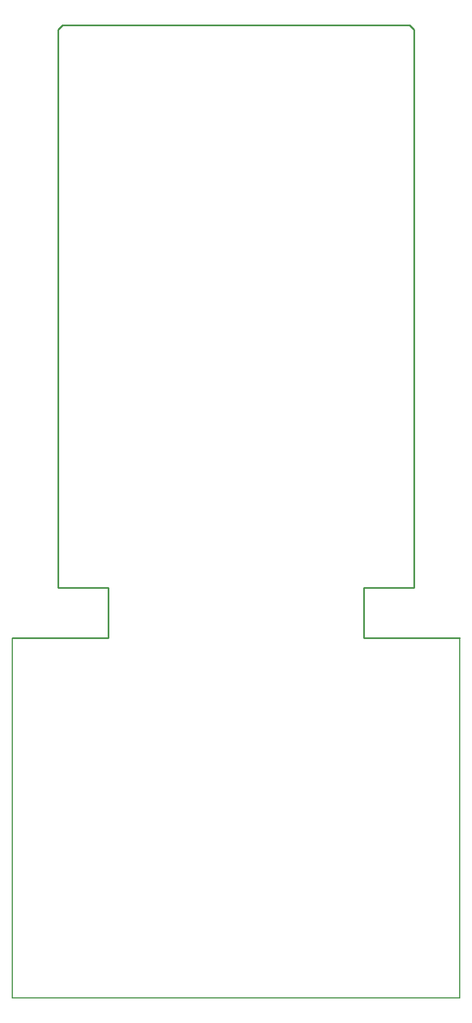
<source format=gko>
%FSLAX23Y23*%
%MOIN*%
G70*
G01*
G75*
%ADD10C,0.008*%
%ADD11R,0.075X0.020*%
%ADD12R,0.028X0.125*%
%ADD13R,0.028X0.165*%
%ADD14R,0.085X0.138*%
%ADD15R,0.085X0.043*%
%ADD16R,0.020X0.075*%
%ADD17R,0.051X0.059*%
%ADD18R,0.043X0.039*%
%ADD19R,0.039X0.043*%
%ADD20C,0.010*%
%ADD21C,0.012*%
%ADD22C,0.070*%
%ADD23C,0.060*%
%ADD24C,0.130*%
%ADD25C,0.062*%
%ADD26C,0.024*%
%ADD27C,0.016*%
%ADD28C,0.031*%
%ADD29C,0.007*%
%ADD30C,0.010*%
%ADD31C,0.010*%
%ADD32C,0.010*%
%ADD33C,0.015*%
%ADD34R,0.100X0.100*%
%ADD35R,0.083X0.028*%
%ADD36R,0.036X0.133*%
%ADD37R,0.036X0.173*%
%ADD38R,0.093X0.146*%
%ADD39R,0.093X0.051*%
%ADD40R,0.028X0.083*%
%ADD41R,0.059X0.067*%
%ADD42R,0.051X0.047*%
%ADD43R,0.047X0.051*%
%ADD44C,0.008*%
%ADD45C,0.078*%
%ADD46C,0.068*%
%ADD47C,0.138*%
%ADD48C,0.032*%
D10*
X-275Y-5809D02*
Y-3659D01*
X2401Y-5809D02*
Y-3659D01*
X-275Y-5809D02*
X2401D01*
D20*
X2126Y-249D02*
Y-24D01*
X0Y-249D02*
Y-24D01*
X25Y1D02*
X2101D01*
X0Y-25D02*
Y-24D01*
X25Y1D01*
X2101D02*
X2126Y-24D01*
X0Y-3359D02*
Y-249D01*
X2126Y-3359D02*
Y-249D01*
X0Y-3359D02*
X300D01*
X-275Y-3659D02*
X300D01*
X1826Y-3359D02*
X2126D01*
X300Y-3659D02*
Y-3359D01*
X1826Y-3659D02*
Y-3359D01*
Y-3659D02*
X2401D01*
M02*

</source>
